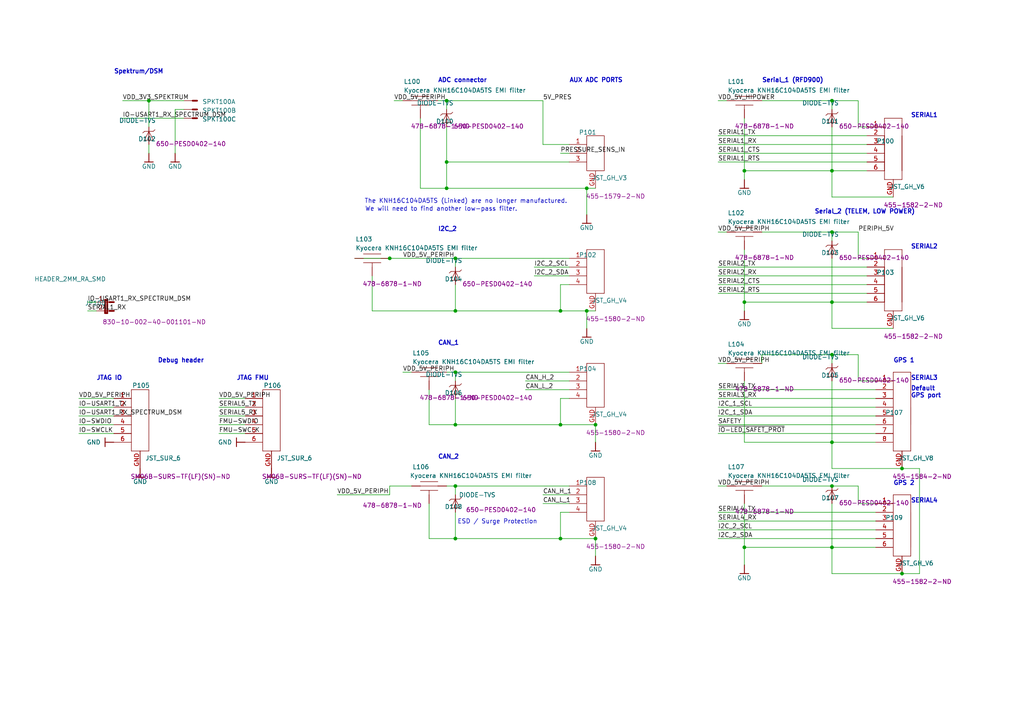
<source format=kicad_sch>
(kicad_sch (version 20250114) (generator "eeschema") (generator_version "9.0")
  (paper "A4")
  (lib_symbols
    (symbol "CB_REV_C:root_0_CONN_SPEKTRUM_RX-TH_CB_REV_C.SCHLIB" (pin_numbers (hide yes)) (pin_names (hide yes))
      (symbol "root_0_CONN_SPEKTRUM_RX-TH_CB_REV_C.SCHLIB_1_0"
        (polyline (pts (xy 0 0) (xy 1.27 0)) (stroke (width 0.508) (color 128 0 0 1)))
        (pin passive line (at -2.54 0 0) (length 2.54) (name "S") (number "3"))
      )
      (symbol "root_0_CONN_SPEKTRUM_RX-TH_CB_REV_C.SCHLIB_2_0"
        (polyline (pts (xy 0 0) (xy 1.27 0)) (stroke (width 0.508) (color 128 0 0 1)))
        (pin passive line (at -2.54 0 0) (length 2.54) (name "S") (number "2"))
      )
      (symbol "root_0_CONN_SPEKTRUM_RX-TH_CB_REV_C.SCHLIB_3_0"
        (polyline (pts (xy 0 0) (xy 1.27 0)) (stroke (width 0.508) (color 128 0 0 1)))
        (pin passive line (at -2.54 0 0) (length 2.54) (name "S") (number "1"))
      )
    )
    (symbol "CB_REV_C:root_0_JST_GH_V3_CB_REV_C.SCHLIB" (pin_names (hide yes))
      (symbol "root_0_JST_GH_V3_CB_REV_C.SCHLIB_1_0"
        (polyline (pts (xy -2.54 7.62) (xy -2.54 -2.54)) (stroke (width 0) (color 128 0 0 1)))
        (polyline (pts (xy -2.54 -2.54) (xy 2.54 -2.54)) (stroke (width 0) (color 128 0 0 1)))
        (polyline (pts (xy 2.54 7.62) (xy -2.54 7.62)) (stroke (width 0) (color 128 0 0 1)))
        (polyline (pts (xy 2.54 -2.54) (xy 2.54 7.62)) (stroke (width 0) (color 128 0 0 1)))
        (pin passive line (at -7.62 5.08 0) (length 5.08) (name "1") (number "1"))
        (pin passive line (at -7.62 2.54 0) (length 5.08) (name "2") (number "2"))
        (pin passive line (at -7.62 0 0) (length 5.08) (name "3") (number "3"))
        (pin passive line (at 0 -7.62 90) (length 5.08) (name "GND") (number "GND"))
      )
    )
    (symbol "CB_REV_C:root_0_JST_GH_V4_CB_REV_C.SCHLIB" (pin_names (hide yes))
      (symbol "root_0_JST_GH_V4_CB_REV_C.SCHLIB_1_0"
        (polyline (pts (xy -2.54 10.16) (xy -2.54 -2.54)) (stroke (width 0) (color 128 0 0 1)))
        (polyline (pts (xy -2.54 -2.54) (xy 2.54 -2.54)) (stroke (width 0) (color 128 0 0 1)))
        (polyline (pts (xy 2.54 10.16) (xy -2.54 10.16)) (stroke (width 0) (color 128 0 0 1)))
        (polyline (pts (xy 2.54 -2.54) (xy 2.54 10.16)) (stroke (width 0) (color 128 0 0 1)))
        (pin passive line (at -7.62 7.62 0) (length 5.08) (name "1") (number "1"))
        (pin passive line (at -7.62 5.08 0) (length 5.08) (name "2") (number "2"))
        (pin passive line (at -7.62 2.54 0) (length 5.08) (name "3") (number "3"))
        (pin passive line (at -7.62 0 0) (length 5.08) (name "4") (number "4"))
        (pin passive line (at 0 -7.62 90) (length 5.08) (name "GND") (number "GND"))
      )
    )
    (symbol "CB_REV_C:root_0_JST_GH_V6_CB_REV_C.SCHLIB" (pin_names (hide yes))
      (symbol "root_0_JST_GH_V6_CB_REV_C.SCHLIB_1_0"
        (polyline (pts (xy -2.54 15.24) (xy -2.54 0)) (stroke (width 0) (color 128 0 0 1)))
        (polyline (pts (xy -2.54 10.16) (xy -2.54 -2.54)) (stroke (width 0) (color 128 0 0 1)))
        (polyline (pts (xy -2.54 -2.54) (xy 2.54 -2.54)) (stroke (width 0) (color 128 0 0 1)))
        (polyline (pts (xy 2.54 15.24) (xy -2.54 15.24)) (stroke (width 0) (color 128 0 0 1)))
        (polyline (pts (xy 2.54 0) (xy 2.54 15.24)) (stroke (width 0) (color 128 0 0 1)))
        (polyline (pts (xy 2.54 -2.54) (xy 2.54 10.16)) (stroke (width 0) (color 128 0 0 1)))
        (pin passive line (at -7.62 12.7 0) (length 5.08) (name "1") (number "1"))
        (pin passive line (at -7.62 10.16 0) (length 5.08) (name "2") (number "2"))
        (pin passive line (at -7.62 7.62 0) (length 5.08) (name "3") (number "3"))
        (pin passive line (at -7.62 5.08 0) (length 5.08) (name "4") (number "4"))
        (pin passive line (at -7.62 2.54 0) (length 5.08) (name "5") (number "5"))
        (pin passive line (at -7.62 0 0) (length 5.08) (name "6") (number "6"))
        (pin passive line (at 0 -7.62 90) (length 5.08) (name "GND") (number "GND"))
      )
    )
    (symbol "CB_REV_C:root_0_JST_GH_V8_CB_REV_C.SCHLIB" (pin_names (hide yes))
      (symbol "root_0_JST_GH_V8_CB_REV_C.SCHLIB_1_0"
        (polyline (pts (xy -2.54 20.32) (xy -2.54 5.08)) (stroke (width 0) (color 128 0 0 1)))
        (polyline (pts (xy -2.54 10.16) (xy -2.54 -2.54)) (stroke (width 0) (color 128 0 0 1)))
        (polyline (pts (xy -2.54 -2.54) (xy 2.54 -2.54)) (stroke (width 0) (color 128 0 0 1)))
        (polyline (pts (xy 2.54 20.32) (xy -2.54 20.32)) (stroke (width 0) (color 128 0 0 1)))
        (polyline (pts (xy 2.54 5.08) (xy 2.54 20.32)) (stroke (width 0) (color 128 0 0 1)))
        (polyline (pts (xy 2.54 -2.54) (xy 2.54 10.16)) (stroke (width 0) (color 128 0 0 1)))
        (pin passive line (at -7.62 17.78 0) (length 5.08) (name "1") (number "1"))
        (pin passive line (at -7.62 15.24 0) (length 5.08) (name "2") (number "2"))
        (pin passive line (at -7.62 12.7 0) (length 5.08) (name "3") (number "3"))
        (pin passive line (at -7.62 10.16 0) (length 5.08) (name "4") (number "4"))
        (pin passive line (at -7.62 7.62 0) (length 5.08) (name "5") (number "5"))
        (pin passive line (at -7.62 5.08 0) (length 5.08) (name "6") (number "6"))
        (pin passive line (at -7.62 2.54 0) (length 5.08) (name "7") (number "7"))
        (pin passive line (at -7.62 0 0) (length 5.08) (name "8") (number "8"))
        (pin passive line (at 0 -7.62 90) (length 5.08) (name "GND") (number "GND"))
      )
    )
    (symbol "CB_REV_C:root_0_JST_SUR_6_CB_REV_C.SCHLIB" (pin_names (hide yes))
      (symbol "root_0_JST_SUR_6_CB_REV_C.SCHLIB_1_0"
        (polyline (pts (xy -2.54 15.24) (xy -2.54 -2.54)) (stroke (width 0) (color 128 0 0 1)))
        (polyline (pts (xy -2.54 -2.54) (xy 2.54 -2.54)) (stroke (width 0) (color 128 0 0 1)))
        (polyline (pts (xy 2.54 15.24) (xy -2.54 15.24)) (stroke (width 0) (color 128 0 0 1)))
        (polyline (pts (xy 2.54 -2.54) (xy 2.54 15.24)) (stroke (width 0) (color 128 0 0 1)))
        (pin passive line (at -7.62 12.7 0) (length 5.08) (name "1") (number "1"))
        (pin passive line (at -7.62 10.16 0) (length 5.08) (name "2") (number "2"))
        (pin passive line (at -7.62 7.62 0) (length 5.08) (name "3") (number "3"))
        (pin passive line (at -7.62 5.08 0) (length 5.08) (name "4") (number "4"))
        (pin passive line (at -7.62 2.54 0) (length 5.08) (name "5") (number "5"))
        (pin passive line (at -7.62 0 0) (length 5.08) (name "6") (number "6"))
        (pin passive line (at 0 -7.62 90) (length 5.08) (name "GND") (number "GND"))
      )
    )
    (symbol "CB_REV_C:root_0_KNH16C104DA5TS_CB_REV_C.SCHLIB" (pin_numbers (hide yes)) (pin_names (hide yes))
      (symbol "root_0_KNH16C104DA5TS_CB_REV_C.SCHLIB_1_0"
        (polyline (pts (xy 0 -1.27) (xy -2.54 -1.27)) (stroke (width 0) (color 128 0 0 1)))
        (polyline (pts (xy 0 -1.27) (xy 0 -2.54)) (stroke (width 0) (color 128 0 0 1)))
        (polyline (pts (xy 2.54 1.27) (xy -2.54 1.27)) (stroke (width 0) (color 128 0 0 1)))
        (polyline (pts (xy 2.54 0) (xy -2.54 0)) (stroke (width 0) (color 128 0 0 1)))
        (polyline (pts (xy 2.54 -1.27) (xy 0 -1.27)) (stroke (width 0) (color 128 0 0 1)))
        (pin passive line (at -5.08 0 0) (length 2.54) (name "P$1") (number "P$1"))
        (pin passive line (at 0 -5.08 90) (length 2.54) (name "GND") (number "GND"))
        (pin passive line (at 5.08 0 180) (length 2.54) (name "P$2") (number "P$2"))
      )
    )
    (symbol "CB_REV_C:root_1_DIODE-TVS_CB_REV_C.SCHLIB" (pin_numbers (hide yes)) (pin_names (hide yes))
      (symbol "root_1_DIODE-TVS_CB_REV_C.SCHLIB_1_0"
        (polyline (pts (xy -1.27 1.27) (xy -1.778 0.813)) (stroke (width 0) (color 128 0 0 1)))
        (polyline (pts (xy -1.27 -1.27) (xy 0 1.27)) (stroke (width 0) (color 128 0 0 1)))
        (polyline (pts (xy 0 1.27) (xy -1.27 1.27)) (stroke (width 0) (color 128 0 0 1)))
        (polyline (pts (xy 0 1.27) (xy 1.27 -1.27)) (stroke (width 0) (color 128 0 0 1)))
        (polyline (pts (xy 1.27 1.27) (xy 0 1.27)) (stroke (width 0) (color 128 0 0 1)))
        (polyline (pts (xy 1.27 -1.27) (xy -1.27 -1.27)) (stroke (width 0) (color 128 0 0 1)))
        (polyline (pts (xy 1.77 1.753) (xy 1.27 1.27)) (stroke (width 0) (color 128 0 0 1)))
        (pin passive line (at 0 2.54 270) (length 2.54) (name "C") (number "C"))
        (pin passive line (at 0 -2.54 90) (length 2.54) (name "A") (number "A"))
      )
    )
    (symbol "CB_REV_C:root_3_HEADER_2MM_RA_SMD_CB_REV_C.SCHLIB" (pin_names (hide yes))
      (symbol "root_3_HEADER_2MM_RA_SMD_CB_REV_C.SCHLIB_1_0"
        (polyline (pts (xy 0 0.635) (xy 0.635 0.635)) (stroke (width 0.508) (color 128 0 0 1)))
        (polyline (pts (xy 0 -2.54) (xy 0 0.635)) (stroke (width 0.508) (color 128 0 0 1)))
        (polyline (pts (xy 0 -3.175) (xy 0 -2.54)) (stroke (width 0.508) (color 128 0 0 1)))
        (polyline (pts (xy 0.635 0.635) (xy 0.635 -3.175)) (stroke (width 0.508) (color 128 0 0 1)))
        (polyline (pts (xy 0.635 -3.175) (xy 0 -3.175)) (stroke (width 0.508) (color 128 0 0 1)))
        (polyline (pts (xy 1.27 0) (xy 0 0)) (stroke (width 0) (color 128 0 0 1)))
        (polyline (pts (xy 1.27 0) (xy 2.54 0)) (stroke (width 0.508) (color 128 0 0 1)))
        (polyline (pts (xy 1.27 -2.54) (xy 0 -2.54)) (stroke (width 0) (color 128 0 0 1)))
        (polyline (pts (xy 1.27 -2.54) (xy 2.54 -2.54)) (stroke (width 0.508) (color 128 0 0 1)))
        (pin passive line (at -2.54 0 0) (length 2.54) (name "1") (number "1"))
        (pin passive line (at -2.54 -2.54 0) (length 2.54) (name "2") (number "2"))
      )
    )
    (symbol "TransferProject-altium-import:GND_BAR" (power)
      (property "Value" "GND" (at 0 -3.81 0))
      (symbol "GND_BAR_0_0"
        (polyline (pts (xy -1.27 -2.54) (xy 1.27 -2.54)) (stroke (width 0.254)))
        (polyline (pts (xy 0 0) (xy 0 -2.54)) (stroke (width 0.254)))
        (pin power_in line (at 0 0 0) (length 0) (hide yes) (name "GND") (number ""))
      )
    )
  )
  (text "I2C_2" (at 127 67.31 0) (effects (font (size 1.27 1.27) (thickness 0.254) (bold yes)) (justify left bottom)))
  (text "GPS 1" (at 259.08 105.41 0) (effects (font (size 1.27 1.27) (thickness 0.254) (bold yes)) (justify left bottom)))
  (text "Serial_2 (TELEM, LOW POWER)" (at 236.22 62.23 0) (effects (font (size 1.27 1.27) (thickness 0.254) (bold yes)) (justify left bottom)))
  (text "CAN_2" (at 127 133.35 0) (effects (font (size 1.27 1.27) (thickness 0.254) (bold yes)) (justify left bottom)))
  (text "ADC connector" (at 127 24.13 0) (effects (font (size 1.27 1.27) (thickness 0.254) (bold yes)) (justify left bottom)))
  (text "Default \nGPS port" (at 264.16 115.57 0) (effects (font (size 1.27 1.27) (thickness 0.254) (bold yes)) (justify left bottom)))
  (text "SERIAL1" (at 264.16 34.29 0) (effects (font (size 1.27 1.27) (thickness 0.254) (bold yes)) (justify left bottom)))
  (text "CAN_1" (at 127 100.33 0) (effects (font (size 1.27 1.27) (thickness 0.254) (bold yes)) (justify left bottom)))
  (text "Spektrum/DSM" (at 33.02 21.59 0) (effects (font (size 1.27 1.27) (thickness 0.254) (bold yes)) (justify left bottom)))
  (text "ESD / Surge Protection\n" (at 144.272 151.384 0) (effects (font (size 1.27 1.27))))
  (text "GPS 2" (at 259.08 140.97 0) (effects (font (size 1.27 1.27) (thickness 0.254) (bold yes)) (justify left bottom)))
  (text "SERIAL2" (at 264.16 72.39 0) (effects (font (size 1.27 1.27) (thickness 0.254) (bold yes)) (justify left bottom)))
  (text "Debug header" (at 45.72 105.41 0) (effects (font (size 1.27 1.27) (thickness 0.254) (bold yes)) (justify left bottom)))
  (text "JTAG IO" (at 27.94 110.49 0) (effects (font (size 1.27 1.27) (thickness 0.254) (bold yes)) (justify left bottom)))
  (text "Serial_1 (RFD900)" (at 220.98 24.13 0) (effects (font (size 1.27 1.27) (thickness 0.254) (bold yes)) (justify left bottom)))
  (text "JTAG FMU" (at 68.58 110.49 0) (effects (font (size 1.27 1.27) (thickness 0.254) (bold yes)) (justify left bottom)))
  (text "AUX ADC PORTS" (at 165.1 24.13 0) (effects (font (size 1.27 1.27) (thickness 0.254) (bold yes)) (justify left bottom)))
  (text "SERIAL4" (at 264.16 146.05 0) (effects (font (size 1.27 1.27) (thickness 0.254) (bold yes)) (justify left bottom)))
  (text "SERIAL3" (at 264.16 110.49 0) (effects (font (size 1.27 1.27) (thickness 0.254) (bold yes)) (justify left bottom)))
  (text "The KNH16C104DA5TS (Linked) are no longer manufactured." (at 135.128 58.42 0) (effects (font (size 1.27 1.27))))
  (text " We will need to find another low-pass filter." (at 127.508 60.706 0) (effects (font (size 1.27 1.27))))
  (junction (at 241.3 102.87))
  (junction (at 261.62 135.89))
  (junction (at 132.08 90.17))
  (junction (at 241.3 29.21))
  (junction (at 241.3 158.75))
  (junction (at 172.72 123.19))
  (junction (at 132.08 74.93))
  (junction (at 172.72 156.21))
  (junction (at 162.56 123.19))
  (junction (at 215.9 87.63))
  (junction (at 132.08 107.95))
  (junction (at 162.56 156.21))
  (junction (at 170.18 90.17))
  (junction (at 162.56 90.17))
  (junction (at 241.3 87.63))
  (junction (at 170.18 54.61))
  (junction (at 215.9 49.53))
  (junction (at 132.08 123.19))
  (junction (at 129.54 46.99))
  (junction (at 241.3 49.53))
  (junction (at 132.08 140.97))
  (junction (at 215.9 158.75))
  (junction (at 132.08 156.21))
  (junction (at 129.54 54.61))
  (junction (at 261.62 166.37))
  (junction (at 241.3 128.27))
  (junction (at 241.3 140.97))
  (junction (at 43.18 29.21))
  (junction (at 241.3 67.31))
  (junction (at 113.03 74.93))
  (junction (at 129.54 29.21))
  (wire (pts (xy 132.08 90.17) (xy 132.08 82.55)))
  (wire (pts (xy 241.3 31.75) (xy 241.3 29.21)))
  (wire (pts (xy 241.3 49.53) (xy 241.3 57.15)))
  (wire (pts (xy 170.18 62.23) (xy 170.18 54.61)))
  (wire (pts (xy 113.03 143.51) (xy 113.03 140.97)))
  (wire (pts (xy 241.3 166.37) (xy 261.62 166.37)))
  (wire (pts (xy 132.08 156.21) (xy 162.56 156.21)))
  (wire (pts (xy 172.72 90.17) (xy 170.18 90.17)))
  (wire (pts (xy 248.92 74.93) (xy 248.92 67.31)))
  (wire (pts (xy 241.3 128.27) (xy 254 128.27)))
  (wire (pts (xy 220.98 29.21) (xy 241.3 29.21)))
  (wire (pts (xy 241.3 140.97) (xy 248.92 140.97)))
  (wire (pts (xy 157.48 41.91) (xy 165.1 41.91)))
  (wire (pts (xy 129.54 54.61) (xy 170.18 54.61)))
  (wire (pts (xy 162.56 90.17) (xy 170.18 90.17)))
  (wire (pts (xy 129.54 107.95) (xy 132.08 107.95)))
  (wire (pts (xy 162.56 156.21) (xy 162.56 148.59)))
  (wire (pts (xy 124.46 156.21) (xy 132.08 156.21)))
  (wire (pts (xy 215.9 87.63) (xy 241.3 87.63)))
  (wire (pts (xy 215.9 128.27) (xy 215.9 110.49)))
  (wire (pts (xy 129.54 54.61) (xy 121.92 54.61)))
  (wire (pts (xy 241.3 49.53) (xy 251.46 49.53)))
  (wire (pts (xy 208.28 153.67) (xy 254 153.67)))
  (wire (pts (xy 50.8 44.45) (xy 50.8 31.75)))
  (wire (pts (xy 215.9 49.53) (xy 241.3 49.53)))
  (wire (pts (xy 129.54 54.61) (xy 129.54 46.99)))
  (wire (pts (xy 208.28 105.41) (xy 210.82 105.41)))
  (wire (pts (xy 157.48 146.05) (xy 165.1 146.05)))
  (wire (pts (xy 157.48 41.91) (xy 157.48 29.21)))
  (wire (pts (xy 172.72 161.29) (xy 172.72 156.21)))
  (wire (pts (xy 208.28 80.01) (xy 251.46 80.01)))
  (wire (pts (xy 220.98 105.41) (xy 220.98 102.87)))
  (wire (pts (xy 97.79 143.51) (xy 113.03 143.51)))
  (wire (pts (xy 129.54 46.99) (xy 165.1 46.99)))
  (wire (pts (xy 162.56 82.55) (xy 162.56 90.17)))
  (wire (pts (xy 208.28 120.65) (xy 254 120.65)))
  (wire (pts (xy 132.08 123.19) (xy 162.56 123.19)))
  (wire (pts (xy 248.92 74.93) (xy 251.46 74.93)))
  (wire (pts (xy 107.95 80.01) (xy 107.95 90.17)))
  (wire (pts (xy 157.48 143.51) (xy 165.1 143.51)))
  (wire (pts (xy 215.9 128.27) (xy 241.3 128.27)))
  (wire (pts (xy 116.84 107.95) (xy 119.38 107.95)))
  (wire (pts (xy 132.08 77.47) (xy 132.08 74.93)))
  (wire (pts (xy 71.12 118.11) (xy 63.5 118.11)))
  (wire (pts (xy 208.28 44.45) (xy 251.46 44.45)))
  (wire (pts (xy 71.12 123.19) (xy 63.5 123.19)))
  (wire (pts (xy 129.54 29.21) (xy 157.48 29.21)))
  (wire (pts (xy 121.92 54.61) (xy 121.92 34.29)))
  (wire (pts (xy 35.56 34.29) (xy 53.34 34.29)))
  (wire (pts (xy 162.56 44.45) (xy 165.1 44.45)))
  (wire (pts (xy 241.3 128.27) (xy 241.3 110.49)))
  (wire (pts (xy 33.02 125.73) (xy 22.86 125.73)))
  (wire (pts (xy 208.28 148.59) (xy 254 148.59)))
  (wire (pts (xy 208.28 29.21) (xy 210.82 29.21)))
  (wire (pts (xy 220.98 102.87) (xy 241.3 102.87)))
  (wire (pts (xy 132.08 110.49) (xy 132.08 107.95)))
  (wire (pts (xy 43.18 36.83) (xy 43.18 29.21)))
  (wire (pts (xy 208.28 151.13) (xy 254 151.13)))
  (wire (pts (xy 113.03 74.93) (xy 102.87 74.93)))
  (wire (pts (xy 162.56 123.19) (xy 162.56 115.57)))
  (wire (pts (xy 162.56 156.21) (xy 172.72 156.21)))
  (wire (pts (xy 261.62 135.89) (xy 266.7 135.89)))
  (wire (pts (xy 170.18 54.61) (xy 172.72 54.61)))
  (wire (pts (xy 154.94 77.47) (xy 165.1 77.47)))
  (wire (pts (xy 132.08 156.21) (xy 132.08 148.59)))
  (wire (pts (xy 71.12 125.73) (xy 63.5 125.73)))
  (wire (pts (xy 129.54 31.75) (xy 129.54 29.21)))
  (wire (pts (xy 154.94 80.01) (xy 165.1 80.01)))
  (wire (pts (xy 162.56 115.57) (xy 165.1 115.57)))
  (wire (pts (xy 25.4 87.63) (xy 27.94 87.63)))
  (wire (pts (xy 215.9 163.83) (xy 215.9 158.75)))
  (wire (pts (xy 208.28 85.09) (xy 251.46 85.09)))
  (wire (pts (xy 114.3 29.21) (xy 116.84 29.21)))
  (wire (pts (xy 50.8 31.75) (xy 53.34 31.75)))
  (wire (pts (xy 124.46 113.03) (xy 124.46 123.19)))
  (wire (pts (xy 241.3 87.63) (xy 251.46 87.63)))
  (wire (pts (xy 261.62 166.37) (xy 266.7 166.37)))
  (wire (pts (xy 208.28 123.19) (xy 254 123.19)))
  (wire (pts (xy 241.3 57.15) (xy 259.08 57.15)))
  (wire (pts (xy 113.03 74.93) (xy 132.08 74.93)))
  (wire (pts (xy 132.08 90.17) (xy 162.56 90.17)))
  (wire (pts (xy 113.03 140.97) (xy 119.38 140.97)))
  (wire (pts (xy 172.72 128.27) (xy 172.72 123.19)))
  (wire (pts (xy 152.4 110.49) (xy 165.1 110.49)))
  (wire (pts (xy 152.4 113.03) (xy 165.1 113.03)))
  (wire (pts (xy 241.3 49.53) (xy 241.3 36.83)))
  (wire (pts (xy 241.3 87.63) (xy 241.3 74.93)))
  (wire (pts (xy 33.02 120.65) (xy 22.86 120.65)))
  (wire (pts (xy 215.9 49.53) (xy 215.9 34.29)))
  (wire (pts (xy 25.4 90.17) (xy 27.94 90.17)))
  (wire (pts (xy 129.54 46.99) (xy 129.54 36.83)))
  (wire (pts (xy 127 29.21) (xy 129.54 29.21)))
  (wire (pts (xy 162.56 123.19) (xy 172.72 123.19)))
  (wire (pts (xy 241.3 95.25) (xy 259.08 95.25)))
  (wire (pts (xy 208.28 156.21) (xy 254 156.21)))
  (wire (pts (xy 132.08 140.97) (xy 165.1 140.97)))
  (wire (pts (xy 215.9 90.17) (xy 215.9 87.63)))
  (wire (pts (xy 129.54 140.97) (xy 132.08 140.97)))
  (wire (pts (xy 162.56 82.55) (xy 165.1 82.55)))
  (wire (pts (xy 241.3 69.85) (xy 241.3 67.31)))
  (wire (pts (xy 241.3 135.89) (xy 261.62 135.89)))
  (wire (pts (xy 208.28 67.31) (xy 210.82 67.31)))
  (wire (pts (xy 132.08 123.19) (xy 132.08 115.57)))
  (wire (pts (xy 215.9 158.75) (xy 241.3 158.75)))
  (wire (pts (xy 241.3 166.37) (xy 241.3 158.75)))
  (wire (pts (xy 33.02 115.57) (xy 22.86 115.57)))
  (wire (pts (xy 170.18 90.17) (xy 170.18 95.25)))
  (wire (pts (xy 208.28 46.99) (xy 251.46 46.99)))
  (wire (pts (xy 71.12 120.65) (xy 63.5 120.65)))
  (wire (pts (xy 241.3 87.63) (xy 241.3 95.25)))
  (wire (pts (xy 33.02 118.11) (xy 22.86 118.11)))
  (wire (pts (xy 208.28 140.97) (xy 210.82 140.97)))
  (wire (pts (xy 248.92 36.83) (xy 248.92 29.21)))
  (wire (pts (xy 208.28 77.47) (xy 251.46 77.47)))
  (wire (pts (xy 208.28 115.57) (xy 254 115.57)))
  (wire (pts (xy 220.98 140.97) (xy 241.3 140.97)))
  (wire (pts (xy 35.56 29.21) (xy 43.18 29.21)))
  (wire (pts (xy 241.3 29.21) (xy 248.92 29.21)))
  (wire (pts (xy 71.12 115.57) (xy 63.5 115.57)))
  (wire (pts (xy 43.18 29.21) (xy 53.34 29.21)))
  (wire (pts (xy 43.18 44.45) (xy 43.18 41.91)))
  (wire (pts (xy 241.3 67.31) (xy 248.92 67.31)))
  (wire (pts (xy 132.08 74.93) (xy 165.1 74.93)))
  (wire (pts (xy 107.95 90.17) (xy 132.08 90.17)))
  (wire (pts (xy 248.92 36.83) (xy 251.46 36.83)))
  (wire (pts (xy 241.3 158.75) (xy 241.3 146.05)))
  (wire (pts (xy 124.46 146.05) (xy 124.46 156.21)))
  (wire (pts (xy 220.98 67.31) (xy 241.3 67.31)))
  (wire (pts (xy 248.92 146.05) (xy 254 146.05)))
  (wire (pts (xy 241.3 105.41) (xy 241.3 102.87)))
  (wire (pts (xy 208.28 41.91) (xy 251.46 41.91)))
  (wire (pts (xy 208.28 118.11) (xy 254 118.11)))
  (wire (pts (xy 266.7 166.37) (xy 266.7 135.89)))
  (wire (pts (xy 215.9 158.75) (xy 215.9 146.05)))
  (wire (pts (xy 132.08 143.51) (xy 132.08 140.97)))
  (wire (pts (xy 241.3 135.89) (xy 241.3 128.27)))
  (wire (pts (xy 241.3 158.75) (xy 254 158.75)))
  (wire (pts (xy 248.92 110.49) (xy 254 110.49)))
  (wire (pts (xy 215.9 52.07) (xy 215.9 49.53)))
  (wire (pts (xy 241.3 102.87) (xy 248.92 102.87)))
  (wire (pts (xy 208.28 113.03) (xy 254 113.03)))
  (wire (pts (xy 132.08 107.95) (xy 165.1 107.95)))
  (wire (pts (xy 124.46 123.19) (xy 132.08 123.19)))
  (wire (pts (xy 208.28 39.37) (xy 251.46 39.37)))
  (wire (pts (xy 248.92 146.05) (xy 248.92 140.97)))
  (wire (pts (xy 248.92 110.49) (xy 248.92 102.87)))
  (wire (pts (xy 162.56 148.59) (xy 165.1 148.59)))
  (wire (pts (xy 208.28 125.73) (xy 254 125.73)))
  (wire (pts (xy 33.02 123.19) (xy 22.86 123.19)))
  (wire (pts (xy 208.28 82.55) (xy 251.46 82.55)))
  (wire (pts (xy 215.9 87.63) (xy 215.9 72.39)))
  (label "VDD_5V_PERIPH" (at 114.3 29.21 0))
  (label "SERIAL5_RX" (at 63.5 120.65 0))
  (label "PERIPH_5V" (at 248.92 67.31 0))
  (label "I2C_2_SCL" (at 208.28 153.67 0))
  (label "SERIAL1_CTS" (at 208.28 44.45 0))
  (label "5V_PRES" (at 157.48 29.21 0))
  (label "VDD_5V_PERIPH" (at 116.84 107.95 0))
  (label "SERIAL2_RTS" (at 208.28 85.09 0))
  (label "CAN_H_2" (at 152.4 110.49 0))
  (label "SERIAL3_RX" (at 208.28 115.57 0))
  (label "CAN_H_1" (at 157.48 143.51 0))
  (label "CAN_L_2" (at 152.4 113.03 0))
  (label "I2C_1_SCL" (at 208.28 118.11 0))
  (label "VDD_5V_PERIPH" (at 63.5 115.57 0))
  (label "FMU-SWCLK" (at 63.5 125.73 0))
  (label "VDD_5V_PERIPH" (at 208.28 140.97 0))
  (label "VDD_5V_PERIPH" (at 97.79 143.51 0))
  (label "VDD_5V_PERIPH" (at 208.28 105.41 0))
  (label "FMU-SWDIO" (at 63.5 123.19 0))
  (label "SAFETY" (at 208.28 123.19 0))
  (label "VDD_5V_PERIPH" (at 116.84 74.93 0))
  (label "VDD_5V_HIPOWER" (at 208.28 29.21 0))
  (label "~{IO-LED_SAFET_PROT}" (at 208.28 125.73 0))
  (label "PRESSURE_SENS_IN" (at 162.56 44.45 0))
  (label "SERIAL1_RX" (at 25.4 90.17 0))
  (label "IO-USART1_RX_SPECTRUM_DSM" (at 25.4 87.63 0))
  (label "VDD_3V3_SPEKTRUM" (at 35.56 29.21 0))
  (label "SERIAL2_CTS" (at 208.28 82.55 0))
  (label "SERIAL5_TX" (at 63.5 118.11 0))
  (label "IO-SWCLK" (at 22.86 125.73 0))
  (label "SERIAL2_RX" (at 208.28 80.01 0))
  (label "IO-SWDIO" (at 22.86 123.19 0))
  (label "IO-USART1_RX_SPECTRUM_DSM" (at 22.86 120.65 0))
  (label "I2C_2_SCL" (at 154.94 77.47 0))
  (label "SERIAL2_TX" (at 208.28 77.47 0))
  (label "SERIAL1_RX" (at 208.28 41.91 0))
  (label "IO-USART1_TX" (at 22.86 118.11 0))
  (label "VDD_5V_PERIPH" (at 208.28 67.31 0))
  (label "IO-USART1_RX_SPECTRUM_DSM" (at 35.56 34.29 0))
  (label "SERIAL4_RX" (at 208.28 151.13 0))
  (label "I2C_1_SDA" (at 208.28 120.65 0))
  (label "CAN_L_1" (at 157.48 146.05 0))
  (label "SERIAL3_TX" (at 208.28 113.03 0))
  (label "I2C_2_SDA" (at 208.28 156.21 0))
  (label "SERIAL1_RTS" (at 208.28 46.99 0))
  (label "VDD_5V_PERIPH" (at 22.86 115.57 0))
  (label "SERIAL4_TX" (at 208.28 148.59 0))
  (label "I2C_2_SDA" (at 154.94 80.01 0))
  (label "SERIAL1_TX" (at 208.28 39.37 0))
  (symbol (lib_id "CB_REV_C:root_0_JST_GH_V4_CB_REV_C.SCHLIB") (at 172.72 115.57 0) (unit 1)
    (property "Reference" "P104" (at 167.894 107.696 0) (effects (justify left bottom)))
    (property "Value" "JST_GH_V4" (at 171.704 120.904 0) (effects (justify left bottom)))
    (property "Footprint" "JST_GH_V4" (effects (hide yes)))
    (property "Description" "BM04B-GHS-TBT" (effects (hide yes)))
    (property "SUPPLIER 1" "Digi-Key" (effects (hide yes)))
    (property "SUPPLIER PART NUMBER 1" "455-1580-2-ND" (at 169.926 126.238 0) (effects (justify left bottom)))
  )
  (symbol (lib_id "CB_REV_C:root_1_DIODE-TVS_CB_REV_C.SCHLIB") (at 132.08 146.05 0) (unit 1)
    (property "Reference" "D108" (at 134.112 147.701 0) (effects (justify right bottom)))
    (property "Value" "DIODE-TVS" (at 143.764 144.272 0) (effects (justify right bottom)))
    (property "Footprint" "0402-TVS" (effects (hide yes)))
    (property "Description" "Diode, TVS, 14VWM, 40VC, 0402, SMD" (effects (hide yes)))
    (property "SUPPLIER 1" "Mouser" (effects (hide yes)))
    (property "SUPPLIER PART NUMBER 1" "650-PESD0402-140" (at 135.128 148.59 0) (effects (justify left bottom)))
  )
  (symbol (lib_id "TransferProject-altium-import:GND_BAR") (at 33.02 128.27 270) (unit 1)
    (property "Reference" "#PWR01" (effects (hide yes)))
    (property "Value" "GND" (at 29.21 128.27 90) (effects (justify right)))
  )
  (symbol (lib_id "CB_REV_C:root_0_KNH16C104DA5TS_CB_REV_C.SCHLIB") (at 121.92 29.21 0) (unit 1)
    (property "Reference" "L100" (at 117.094 24.384 0) (effects (justify left bottom)))
    (property "Value" "Kyocera KNH16C104DA5TS EMI filter" (at 117.094 26.924 0) (effects (justify left bottom)))
    (property "Footprint" "KYOCERA-KNH16-DA" (effects (hide yes)))
    (property "Description" "Capacitor, Filter, 0.1uF, 25V, 2A, 0603, SMD" (effects (hide yes)))
    (property "SUPPLIER 1" "Digi-Key" (effects (hide yes)))
    (property "SUPPLIER PART NUMBER 1" "478-6878-1-ND" (at 119.126 37.338 0) (effects (justify left bottom)))
  )
  (symbol (lib_id "TransferProject-altium-import:GND_BAR") (at 215.9 163.83 0) (unit 1)
    (property "Reference" "#PWR013" (effects (hide yes)))
    (property "Value" "GND" (at 215.9 167.64 0))
  )
  (symbol (lib_id "CB_REV_C:root_0_JST_GH_V4_CB_REV_C.SCHLIB") (at 172.72 82.55 0) (unit 1)
    (property "Reference" "P102" (at 167.894 74.676 0) (effects (justify left bottom)))
    (property "Value" "JST_GH_V4" (at 171.704 87.884 0) (effects (justify left bottom)))
    (property "Footprint" "JST_GH_V4" (effects (hide yes)))
    (property "Description" "BM04B-GHS-TBT" (effects (hide yes)))
    (property "SUPPLIER 1" "Digi-Key" (effects (hide yes)))
    (property "SUPPLIER PART NUMBER 1" "455-1580-2-ND" (at 169.926 93.218 0) (effects (justify left bottom)))
  )
  (symbol (lib_id "CB_REV_C:root_0_KNH16C104DA5TS_CB_REV_C.SCHLIB") (at 215.9 67.31 0) (unit 1)
    (property "Reference" "L102" (at 211.074 62.484 0) (effects (justify left bottom)))
    (property "Value" "Kyocera KNH16C104DA5TS EMI filter" (at 211.074 65.024 0) (effects (justify left bottom)))
    (property "Footprint" "KYOCERA-KNH16-DA" (effects (hide yes)))
    (property "Description" "Capacitor, Filter, 0.1uF, 25V, 2A, 0603, SMD" (effects (hide yes)))
    (property "SUPPLIER 1" "Digi-Key" (effects (hide yes)))
    (property "SUPPLIER PART NUMBER 1" "478-6878-1-ND" (at 213.106 75.438 0) (effects (justify left bottom)))
  )
  (symbol (lib_id "CB_REV_C:root_0_JST_GH_V6_CB_REV_C.SCHLIB") (at 259.08 49.53 0) (unit 1)
    (property "Reference" "P100" (at 254.254 41.656 0) (effects (justify left bottom)))
    (property "Value" "JST_GH_V6" (at 258.064 54.864 0) (effects (justify left bottom)))
    (property "Footprint" "JST_GH_V6" (effects (hide yes)))
    (property "Description" "BM06B-GHS-TBT" (effects (hide yes)))
    (property "SUPPLIER 1" "Digi-Key" (effects (hide yes)))
    (property "SUPPLIER PART NUMBER 1" "455-1582-2-ND" (at 256.286 60.198 0) (effects (justify left bottom)))
  )
  (symbol (lib_id "CB_REV_C:root_0_JST_GH_V3_CB_REV_C.SCHLIB") (at 172.72 46.99 0) (unit 1)
    (property "Reference" "P101" (at 167.894 39.116 0) (effects (justify left bottom)))
    (property "Value" "JST_GH_V3" (at 171.704 52.324 0) (effects (justify left bottom)))
    (property "Footprint" "JST_GH_V3" (effects (hide yes)))
    (property "Description" "BM03B-GHS-TBT" (effects (hide yes)))
    (property "SUPPLIER 1" "Digi-Key" (effects (hide yes)))
    (property "SUPPLIER PART NUMBER 1" "455-1579-2-ND" (at 169.926 57.658 0) (effects (justify left bottom)))
  )
  (symbol (lib_id "TransferProject-altium-import:GND_BAR") (at 50.8 44.45 0) (unit 1)
    (property "Reference" "#PWR04" (effects (hide yes)))
    (property "Value" "GND" (at 50.8 48.26 0))
  )
  (symbol (lib_id "CB_REV_C:root_0_KNH16C104DA5TS_CB_REV_C.SCHLIB") (at 215.9 140.97 0) (unit 1)
    (property "Reference" "L107" (at 211.074 136.144 0) (effects (justify left bottom)))
    (property "Value" "Kyocera KNH16C104DA5TS EMI filter" (at 211.074 138.684 0) (effects (justify left bottom)))
    (property "Footprint" "KYOCERA-KNH16-DA" (effects (hide yes)))
    (property "Description" "Capacitor, Filter, 0.1uF, 25V, 2A, 0603, SMD" (effects (hide yes)))
    (property "SUPPLIER 1" "Digi-Key" (effects (hide yes)))
    (property "SUPPLIER PART NUMBER 1" "478-6878-1-ND" (at 213.106 149.098 0) (effects (justify left bottom)))
  )
  (symbol (lib_id "CB_REV_C:root_0_KNH16C104DA5TS_CB_REV_C.SCHLIB") (at 124.46 140.97 0) (unit 1)
    (property "Reference" "L106" (at 119.634 136.144 0) (effects (justify left bottom)))
    (property "Value" "Kyocera KNH16C104DA5TS EMI filter" (at 118.872 138.684 0) (effects (justify left bottom)))
    (property "Footprint" "KYOCERA-KNH16-DA" (effects (hide yes)))
    (property "Description" "Capacitor, Filter, 0.1uF, 25V, 2A, 0603, SMD" (effects (hide yes)))
    (property "SUPPLIER 1" "Digi-Key" (effects (hide yes)))
    (property "SUPPLIER PART NUMBER 1" "478-6878-1-ND" (at 105.156 147.32 0) (effects (justify left bottom)))
  )
  (symbol (lib_id "TransferProject-altium-import:GND_BAR") (at 40.64 135.89 0) (unit 1)
    (property "Reference" "#PWR02" (effects (hide yes)))
    (property "Value" "GND" (at 40.64 139.7 0))
  )
  (symbol (lib_id "CB_REV_C:root_0_JST_SUR_6_CB_REV_C.SCHLIB") (at 40.64 128.27 0) (unit 1)
    (property "Reference" "P105" (at 38.354 112.522 0) (effects (justify left bottom)))
    (property "Value" "JST_SUR_6" (at 42.164 133.604 0) (effects (justify left bottom)))
    (property "Footprint" "JST_SUR_H6" (effects (hide yes)))
    (property "Description" "Connector, Header, 6Pos, .8mm IDC, R/A, SMD, Tin" (effects (hide yes)))
    (property "SUPPLIER 1" "Digi-Key" (effects (hide yes)))
    (property "SUPPLIER PART NUMBER 1" "SM06B-SURS-TF(LF)(SN)-ND" (at 37.846 138.938 0) (effects (justify left bottom)))
  )
  (symbol (lib_id "TransferProject-altium-import:GND_BAR") (at 170.18 62.23 0) (unit 1)
    (property "Reference" "#PWR07" (effects (hide yes)))
    (property "Value" "GND" (at 170.18 66.04 0))
  )
  (symbol (lib_id "TransferProject-altium-import:GND_BAR") (at 78.74 135.89 0) (unit 1)
    (property "Reference" "#PWR06" (effects (hide yes)))
    (property "Value" "GND" (at 78.74 139.7 0))
  )
  (symbol (lib_id "TransferProject-altium-import:GND_BAR") (at 172.72 128.27 0) (unit 1)
    (property "Reference" "#PWR09" (effects (hide yes)))
    (property "Value" "GND" (at 172.72 132.08 0))
  )
  (symbol (lib_id "CB_REV_C:root_1_DIODE-TVS_CB_REV_C.SCHLIB") (at 241.3 107.95 0) (unit 1)
    (property "Reference" "D105" (at 243.332 109.601 0) (effects (justify right bottom)))
    (property "Value" "DIODE-TVS" (at 243.332 104.267 0) (effects (justify right bottom)))
    (property "Footprint" "0402-TVS" (effects (hide yes)))
    (property "Description" "Diode, TVS, 14VWM, 40VC, 0402, SMD" (effects (hide yes)))
    (property "SUPPLIER 1" "Mouser" (effects (hide yes)))
    (property "SUPPLIER PART NUMBER 1" "650-PESD0402-140" (at 243.324 111.023 0) (effects (justify left bottom)))
  )
  (symbol (lib_id "TransferProject-altium-import:GND_BAR") (at 172.72 161.29 0) (unit 1)
    (property "Reference" "#PWR010" (effects (hide yes)))
    (property "Value" "GND" (at 172.72 165.1 0))
  )
  (symbol (lib_id "CB_REV_C:root_1_DIODE-TVS_CB_REV_C.SCHLIB") (at 241.3 143.51 0) (unit 1)
    (property "Reference" "D107" (at 243.332 145.161 0) (effects (justify right bottom)))
    (property "Value" "DIODE-TVS" (at 243.332 139.827 0) (effects (justify right bottom)))
    (property "Footprint" "0402-TVS" (effects (hide yes)))
    (property "Description" "Diode, TVS, 14VWM, 40VC, 0402, SMD" (effects (hide yes)))
    (property "SUPPLIER 1" "Mouser" (effects (hide yes)))
    (property "SUPPLIER PART NUMBER 1" "650-PESD0402-140" (at 243.324 146.583 0) (effects (justify left bottom)))
  )
  (symbol (lib_id "CB_REV_C:root_0_JST_GH_V8_CB_REV_C.SCHLIB") (at 261.62 128.27 0) (unit 1)
    (property "Reference" "P107" (at 256.794 120.396 0) (effects (justify left bottom)))
    (property "Value" "JST_GH_V8" (at 260.604 133.604 0) (effects (justify left bottom)))
    (property "Footprint" "JST_GH_V8" (effects (hide yes)))
    (property "Description" "BM08B-GHS-TBT" (effects (hide yes)))
    (property "SUPPLIER 1" "Digi-Key" (effects (hide yes)))
    (property "SUPPLIER PART NUMBER 1" "455-1584-2-ND" (at 258.826 138.938 0) (effects (justify left bottom)))
  )
  (symbol (lib_id "CB_REV_C:root_1_DIODE-TVS_CB_REV_C.SCHLIB") (at 43.18 39.37 0) (unit 1)
    (property "Reference" "D102" (at 45.212 41.021 0) (effects (justify right bottom)))
    (property "Value" "DIODE-TVS" (at 45.212 35.687 0) (effects (justify right bottom)))
    (property "Footprint" "0402-TVS" (effects (hide yes)))
    (property "Description" "Diode, TVS, 14VWM, 40VC, 0402, SMD" (effects (hide yes)))
    (property "SUPPLIER 1" "Mouser" (effects (hide yes)))
    (property "SUPPLIER PART NUMBER 1" "650-PESD0402-140" (at 45.204 42.443 0) (effects (justify left bottom)))
  )
  (symbol (lib_id "TransferProject-altium-import:GND_BAR") (at 71.12 128.27 270) (unit 1)
    (property "Reference" "#PWR05" (effects (hide yes)))
    (property "Value" "GND" (at 67.31 128.27 90) (effects (justify right)))
  )
  (symbol (lib_id "TransferProject-altium-import:GND_BAR") (at 215.9 90.17 0) (unit 1)
    (property "Reference" "#PWR012" (effects (hide yes)))
    (property "Value" "GND" (at 215.9 93.98 0))
  )
  (symbol (lib_id "CB_REV_C:root_0_JST_GH_V4_CB_REV_C.SCHLIB") (at 172.72 148.59 0) (unit 1)
    (property "Reference" "P108" (at 167.894 140.716 0) (effects (justify left bottom)))
    (property "Value" "JST_GH_V4" (at 171.704 153.924 0) (effects (justify left bottom)))
    (property "Footprint" "JST_GH_V4" (effects (hide yes)))
    (property "Description" "BM04B-GHS-TBT" (effects (hide yes)))
    (property "SUPPLIER 1" "Digi-Key" (effects (hide yes)))
    (property "SUPPLIER PART NUMBER 1" "455-1580-2-ND" (at 169.926 159.258 0) (effects (justify left bottom)))
  )
  (symbol (lib_id "CB_REV_C:root_0_KNH16C104DA5TS_CB_REV_C.SCHLIB") (at 124.46 107.95 0) (unit 1)
    (property "Reference" "L105" (at 119.634 103.124 0) (effects (justify left bottom)))
    (property "Value" "Kyocera KNH16C104DA5TS EMI filter" (at 119.634 105.664 0) (effects (justify left bottom)))
    (property "Footprint" "KYOCERA-KNH16-DA" (effects (hide yes)))
    (property "Description" "Capacitor, Filter, 0.1uF, 25V, 2A, 0603, SMD" (effects (hide yes)))
    (property "SUPPLIER 1" "Digi-Key" (effects (hide yes)))
    (property "SUPPLIER PART NUMBER 1" "478-6878-1-ND" (at 121.666 116.078 0) (effects (justify left bottom)))
  )
  (symbol (lib_id "CB_REV_C:root_0_KNH16C104DA5TS_CB_REV_C.SCHLIB") (at 107.95 74.93 0) (unit 1)
    (property "Reference" "L103" (at 103.124 70.104 0) (effects (justify left bottom)))
    (property "Value" "Kyocera KNH16C104DA5TS EMI filter" (at 103.124 72.644 0) (effects (justify left bottom)))
    (property "Footprint" "KYOCERA-KNH16-DA" (effects (hide yes)))
    (property "Description" "Capacitor, Filter, 0.1uF, 25V, 2A, 0603, SMD" (effects (hide yes)))
    (property "SUPPLIER 1" "Digi-Key" (effects (hide yes)))
    (property "SUPPLIER PART NUMBER 1" "478-6878-1-ND" (at 105.156 83.058 0) (effects (justify left bottom)))
  )
  (symbol (lib_id "CB_REV_C:root_0_CONN_SPEKTRUM_RX-TH_CB_REV_C.SCHLIB") (at 55.88 29.21 0) (unit 1)
    (property "Reference" "SPKT100" (at 58.674 30.226 0) (effects (justify left bottom)))
    (property "Value" "CONN_SPEKTRUM_RX-TH" (effects (hide yes)))
    (property "Footprint" "B3B-ZR" (effects (hide yes)))
    (property "Description" "Spektrum RX connector; JST ZH series S3B-ZR-SM4A-TF" (effects (hide yes)))
    (property "PARTNO" "B3B-ZR(LF)(SN)" (effects (hide yes)))
  )
  (symbol (lib_id "CB_REV_C:root_3_HEADER_2MM_RA_SMD_CB_REV_C.SCHLIB") (at 30.48 87.63 0) (unit 1)
    (property "Reference" "JP100" (at 30.734 88.646 0) (effects (justify right bottom)))
    (property "Value" "HEADER_2MM_RA_SMD" (at 30.734 81.661 0) (effects (justify right bottom)))
    (property "Footprint" "HEADER_2MM_RA_2" (effects (hide yes)))
    (property "Description" "Connector, PCB, 2MM, 2Pos, R/A, SMD, Au" (effects (hide yes)))
    (property "SUPPLIER 1" "Digi-Key" (effects (hide yes)))
    (property "SUPPLIER PART NUMBER 1" "830-10-002-40-001101-ND" (at 29.718 94.107 0) (effects (justify left bottom)))
  )
  (symbol (lib_id "CB_REV_C:root_0_JST_GH_V6_CB_REV_C.SCHLIB") (at 261.62 158.75 0) (unit 1)
    (property "Reference" "P109" (at 256.794 150.876 0) (effects (justify left bottom)))
    (property "Value" "JST_GH_V6" (at 260.604 164.084 0) (effects (justify left bottom)))
    (property "Footprint" "JST_GH_V6" (effects (hide yes)))
    (property "Description" "BM06B-GHS-TBT" (effects (hide yes)))
    (property "SUPPLIER 1" "Digi-Key" (effects (hide yes)))
    (property "SUPPLIER PART NUMBER 1" "455-1582-2-ND" (at 258.826 169.418 0) (effects (justify left bottom)))
  )
  (symbol (lib_id "CB_REV_C:root_1_DIODE-TVS_CB_REV_C.SCHLIB") (at 241.3 72.39 0) (unit 1)
    (property "Reference" "D103" (at 243.332 74.041 0) (effects (justify right bottom)))
    (property "Value" "DIODE-TVS" (at 243.332 68.707 0) (effects (justify right bottom)))
    (property "Footprint" "0402-TVS" (effects (hide yes)))
    (property "Description" "Diode, TVS, 14VWM, 40VC, 0402, SMD" (effects (hide yes)))
    (property "SUPPLIER 1" "Mouser" (effects (hide yes)))
    (property "SUPPLIER PART NUMBER 1" "650-PESD0402-140" (at 243.324 75.463 0) (effects (justify left bottom)))
  )
  (symbol (lib_id "CB_REV_C:root_1_DIODE-TVS_CB_REV_C.SCHLIB") (at 241.3 34.29 0) (unit 1)
    (property "Reference" "D101" (at 243.332 35.941 0) (effects (justify right bottom)))
    (property "Value" "DIODE-TVS" (at 243.332 30.607 0) (effects (justify right bottom)))
    (property "Footprint" "0402-TVS" (effects (hide yes)))
    (property "Description" "Diode, TVS, 14VWM, 40VC, 0402, SMD" (effects (hide yes)))
    (property "SUPPLIER 1" "Mouser" (effects (hide yes)))
    (property "SUPPLIER PART NUMBER 1" "650-PESD0402-140" (at 243.324 37.363 0) (effects (justify left bottom)))
  )
  (symbol (lib_id "CB_REV_C:root_0_KNH16C104DA5TS_CB_REV_C.SCHLIB") (at 215.9 105.41 0) (unit 1)
    (property "Reference" "L104" (at 211.074 100.584 0) (effects (justify left bottom)))
    (property "Value" "Kyocera KNH16C104DA5TS EMI filter" (at 211.074 103.124 0) (effects (justify left bottom)))
    (property "Footprint" "KYOCERA-KNH16-DA" (effects (hide yes)))
    (property "Description" "Capacitor, Filter, 0.1uF, 25V, 2A, 0603, SMD" (effects (hide yes)))
    (property "SUPPLIER 1" "Digi-Key" (effects (hide yes)))
    (property "SUPPLIER PART NUMBER 1" "478-6878-1-ND" (at 213.106 113.538 0) (effects (justify left bottom)))
  )
  (symbol (lib_id "CB_REV_C:root_1_DIODE-TVS_CB_REV_C.SCHLIB") (at 132.08 113.03 0) (unit 1)
    (property "Reference" "D106" (at 134.112 114.681 0) (effects (justify right bottom)))
    (property "Value" "DIODE-TVS" (at 134.112 109.347 0) (effects (justify right bottom)))
    (property "Footprint" "0402-TVS" (effects (hide yes)))
    (property "Description" "Diode, TVS, 14VWM, 40VC, 0402, SMD" (effects (hide yes)))
    (property "SUPPLIER 1" "Mouser" (effects (hide yes)))
    (property "SUPPLIER PART NUMBER 1" "650-PESD0402-140" (at 134.104 116.103 0) (effects (justify left bottom)))
  )
  (symbol (lib_id "TransferProject-altium-import:GND_BAR") (at 215.9 52.07 0) (unit 1)
    (property "Reference" "#PWR011" (effects (hide yes)))
    (property "Value" "GND" (at 215.9 55.88 0))
  )
  (symbol (lib_id "CB_REV_C:root_0_KNH16C104DA5TS_CB_REV_C.SCHLIB") (at 215.9 29.21 0) (unit 1)
    (property "Reference" "L101" (at 211.074 24.384 0) (effects (justify left bottom)))
    (property "Value" "Kyocera KNH16C104DA5TS EMI filter" (at 211.074 26.924 0) (effects (justify left bottom)))
    (property "Footprint" "KYOCERA-KNH16-DA" (effects (hide yes)))
    (property "Description" "Capacitor, Filter, 0.1uF, 25V, 2A, 0603, SMD" (effects (hide yes)))
    (property "SUPPLIER 1" "Digi-Key" (effects (hide yes)))
    (property "SUPPLIER PART NUMBER 1" "478-6878-1-ND" (at 213.106 37.338 0) (effects (justify left bottom)))
  )
  (symbol (lib_id "CB_REV_C:root_0_JST_GH_V6_CB_REV_C.SCHLIB") (at 259.08 87.63 0) (unit 1)
    (property "Reference" "P103" (at 254.254 79.756 0) (effects (justify left bottom)))
    (property "Value" "JST_GH_V6" (at 258.064 92.964 0) (effects (justify left bottom)))
    (property "Footprint" "JST_GH_V6" (effects (hide yes)))
    (property "Description" "BM06B-GHS-TBT" (effects (hide yes)))
    (property "SUPPLIER 1" "Digi-Key" (effects (hide yes)))
    (property "SUPPLIER PART NUMBER 1" "455-1582-2-ND" (at 256.286 98.298 0) (effects (justify left bottom)))
  )
  (symbol (lib_id "CB_REV_C:root_0_JST_SUR_6_CB_REV_C.SCHLIB") (at 78.74 128.27 0) (unit 1)
    (property "Reference" "P106" (at 76.454 112.522 0) (effects (justify left bottom)))
    (property "Value" "JST_SUR_6" (at 80.264 133.604 0) (effects (justify left bottom)))
    (property "Footprint" "JST_SUR_H6" (effects (hide yes)))
    (property "Description" "Connector, Header, 6Pos, .8mm IDC, R/A, SMD, Tin" (effects (hide yes)))
    (property "SUPPLIER 1" "Digi-Key" (effects (hide yes)))
    (property "SUPPLIER PART NUMBER 1" "SM06B-SURS-TF(LF)(SN)-ND" (at 75.946 138.938 0) (effects (justify left bottom)))
  )
  (symbol (lib_id "CB_REV_C:root_1_DIODE-TVS_CB_REV_C.SCHLIB") (at 129.54 34.29 0) (unit 1)
    (property "Reference" "D100" (at 131.572 35.941 0) (effects (justify right bottom)))
    (property "Value" "DIODE-TVS" (at 131.572 30.607 0) (effects (justify right bottom)))
    (property "Footprint" "0402-TVS" (effects (hide yes)))
    (property "Description" "Diode, TVS, 14VWM, 40VC, 0402, SMD" (effects (hide yes)))
    (property "SUPPLIER 1" "Mouser" (effects (hide yes)))
    (property "SUPPLIER PART NUMBER 1" "650-PESD0402-140" (at 131.564 37.363 0) (effects (justify left bottom)))
  )
  (symbol (lib_id "CB_REV_C:root_0_CONN_SPEKTRUM_RX-TH_CB_REV_C.SCHLIB") (at 55.88 34.29 0) (unit 3)
    (property "Reference" "SPKT100" (at 58.674 35.306 0) (effects (justify left bottom)))
    (property "Value" "CONN_SPEKTRUM_RX-TH" (effects (hide yes)))
    (property "Footprint" "B3B-ZR" (effects (hide yes)))
    (property "Description" "Spektrum RX connector; JST ZH series S3B-ZR-SM4A-TF" (effects (hide yes)))
    (property "PARTNO" "B3B-ZR(LF)(SN)" (effects (hide yes)))
  )
  (symbol (lib_id "TransferProject-altium-import:GND_BAR") (at 170.18 95.25 0) (unit 1)
    (property "Reference" "#PWR08" (effects (hide yes)))
    (property "Value" "GND" (at 170.18 99.06 0))
  )
  (symbol (lib_id "TransferProject-altium-import:GND_BAR") (at 43.18 44.45 0) (unit 1)
    (property "Reference" "#PWR03" (effects (hide yes)))
    (property "Value" "GND" (at 43.18 48.26 0))
  )
  (symbol (lib_id "CB_REV_C:root_1_DIODE-TVS_CB_REV_C.SCHLIB") (at 132.08 80.01 0) (unit 1)
    (property "Reference" "D104" (at 134.112 81.661 0) (effects (justify right bottom)))
    (property "Value" "DIODE-TVS" (at 134.112 76.327 0) (effects (justify right bottom)))
    (property "Footprint" "0402-TVS" (effects (hide yes)))
    (property "Description" "Diode, TVS, 14VWM, 40VC, 0402, SMD" (effects (hide yes)))
    (property "SUPPLIER 1" "Mouser" (effects (hide yes)))
    (property "SUPPLIER PART NUMBER 1" "650-PESD0402-140" (at 134.104 83.083 0) (effects (justify left bottom)))
  )
  (symbol (lib_id "CB_REV_C:root_0_CONN_SPEKTRUM_RX-TH_CB_REV_C.SCHLIB") (at 55.88 31.75 0) (unit 2)
    (property "Reference" "SPKT100" (at 58.674 32.766 0) (effects (justify left bottom)))
    (property "Value" "CONN_SPEKTRUM_RX-TH" (effects (hide yes)))
    (property "Footprint" "B3B-ZR" (effects (hide yes)))
    (property "Description" "Spektrum RX connector; JST ZH series S3B-ZR-SM4A-TF" (effects (hide yes)))
    (property "PARTNO" "B3B-ZR(LF)(SN)" (effects (hide yes)))
  )
)
</source>
